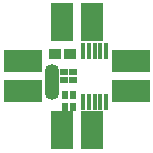
<source format=gts>
G04 DipTrace 3.0.0.2*
G04 DRV2605L_ADJUSTED2.gts*
%MOIN*%
G04 #@! TF.FileFunction,Soldermask,Top*
G04 #@! TF.Part,Single*
%ADD23O,0.04843X0.046649*%
%ADD29R,0.015748X0.057087*%
%ADD39R,0.074803X0.086614*%
%ADD41R,0.086614X0.074803*%
%ADD45R,0.023622X0.027559*%
%ADD49R,0.074803X0.087874*%
%ADD51R,0.074803X0.070866*%
%ADD53R,0.087874X0.074803*%
%ADD55R,0.070866X0.074803*%
%ADD57R,0.025591X0.019685*%
%ADD59R,0.043307X0.035433*%
%FSLAX26Y26*%
G04*
G70*
G90*
G75*
G01*
G04 TopMask*
%LPD*%
D59*
X126923Y273764D3*
X178104D3*
D57*
X187585Y188106D3*
Y213303D3*
X158058D3*
Y188106D3*
D55*
X349822Y149894D3*
Y249894D3*
D53*
X399822Y149894D3*
Y249894D3*
D51*
X249822Y49894D3*
X149822D3*
D49*
X249822Y-106D3*
X149822D3*
D23*
X116421Y142905D3*
G36*
X140041Y141332D2*
X92802D1*
Y219081D1*
X140041D1*
Y141332D1*
G37*
D23*
X116421Y218488D3*
D51*
X149822Y349894D3*
X249822D3*
D49*
X149822Y399894D3*
X249822D3*
D55*
X49822Y149894D3*
Y249894D3*
D53*
X-178Y149894D3*
Y249894D3*
D45*
X159042Y98209D3*
X186601D3*
Y137579D3*
X159042D3*
D29*
X219451Y115248D3*
X239136D3*
X258822D3*
X278507D3*
X298192D3*
Y284539D3*
X278507D3*
X258822D3*
X239136D3*
X219451D3*
D41*
X39192Y149894D3*
Y249894D3*
D39*
X149822Y360524D3*
X249822D3*
D41*
X360451Y249894D3*
Y149894D3*
D39*
X149822Y39264D3*
X249822D3*
M02*

</source>
